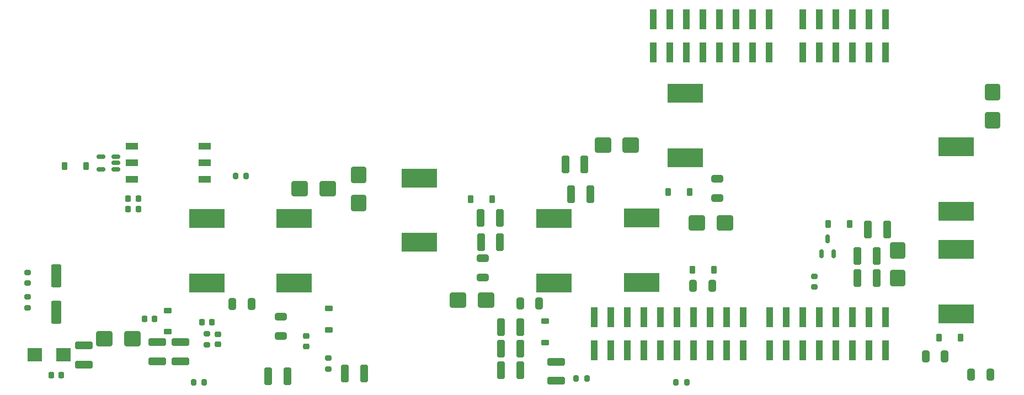
<source format=gbr>
%TF.GenerationSoftware,KiCad,Pcbnew,9.0.4*%
%TF.CreationDate,2025-10-09T12:47:56+02:00*%
%TF.ProjectId,io-gateway,696f2d67-6174-4657-9761-792e6b696361,rev?*%
%TF.SameCoordinates,Original*%
%TF.FileFunction,Paste,Top*%
%TF.FilePolarity,Positive*%
%FSLAX46Y46*%
G04 Gerber Fmt 4.6, Leading zero omitted, Abs format (unit mm)*
G04 Created by KiCad (PCBNEW 9.0.4) date 2025-10-09 12:47:56*
%MOMM*%
%LPD*%
G01*
G04 APERTURE LIST*
G04 Aperture macros list*
%AMRoundRect*
0 Rectangle with rounded corners*
0 $1 Rounding radius*
0 $2 $3 $4 $5 $6 $7 $8 $9 X,Y pos of 4 corners*
0 Add a 4 corners polygon primitive as box body*
4,1,4,$2,$3,$4,$5,$6,$7,$8,$9,$2,$3,0*
0 Add four circle primitives for the rounded corners*
1,1,$1+$1,$2,$3*
1,1,$1+$1,$4,$5*
1,1,$1+$1,$6,$7*
1,1,$1+$1,$8,$9*
0 Add four rect primitives between the rounded corners*
20,1,$1+$1,$2,$3,$4,$5,0*
20,1,$1+$1,$4,$5,$6,$7,0*
20,1,$1+$1,$6,$7,$8,$9,0*
20,1,$1+$1,$8,$9,$2,$3,0*%
G04 Aperture macros list end*
%ADD10RoundRect,0.200000X0.200000X0.275000X-0.200000X0.275000X-0.200000X-0.275000X0.200000X-0.275000X0*%
%ADD11R,1.000000X3.150000*%
%ADD12RoundRect,0.200000X-0.200000X-0.275000X0.200000X-0.275000X0.200000X0.275000X-0.200000X0.275000X0*%
%ADD13RoundRect,0.250000X1.100000X-0.325000X1.100000X0.325000X-1.100000X0.325000X-1.100000X-0.325000X0*%
%ADD14RoundRect,0.250000X-1.000000X-0.900000X1.000000X-0.900000X1.000000X0.900000X-1.000000X0.900000X0*%
%ADD15R,2.200000X2.150000*%
%ADD16RoundRect,0.250000X-0.900000X1.000000X-0.900000X-1.000000X0.900000X-1.000000X0.900000X1.000000X0*%
%ADD17RoundRect,0.250000X0.550000X-1.500000X0.550000X1.500000X-0.550000X1.500000X-0.550000X-1.500000X0*%
%ADD18RoundRect,0.250000X-0.325000X-0.650000X0.325000X-0.650000X0.325000X0.650000X-0.325000X0.650000X0*%
%ADD19RoundRect,0.250000X0.325000X1.100000X-0.325000X1.100000X-0.325000X-1.100000X0.325000X-1.100000X0*%
%ADD20RoundRect,0.225000X0.225000X0.375000X-0.225000X0.375000X-0.225000X-0.375000X0.225000X-0.375000X0*%
%ADD21RoundRect,0.250000X1.000000X0.900000X-1.000000X0.900000X-1.000000X-0.900000X1.000000X-0.900000X0*%
%ADD22RoundRect,0.225000X-0.375000X0.225000X-0.375000X-0.225000X0.375000X-0.225000X0.375000X0.225000X0*%
%ADD23RoundRect,0.225000X-0.225000X-0.250000X0.225000X-0.250000X0.225000X0.250000X-0.225000X0.250000X0*%
%ADD24RoundRect,0.250000X-0.325000X-1.100000X0.325000X-1.100000X0.325000X1.100000X-0.325000X1.100000X0*%
%ADD25RoundRect,0.225000X-0.225000X-0.375000X0.225000X-0.375000X0.225000X0.375000X-0.225000X0.375000X0*%
%ADD26R,5.400000X2.900000*%
%ADD27RoundRect,0.250000X0.900000X-1.000000X0.900000X1.000000X-0.900000X1.000000X-0.900000X-1.000000X0*%
%ADD28RoundRect,0.150000X0.512500X0.150000X-0.512500X0.150000X-0.512500X-0.150000X0.512500X-0.150000X0*%
%ADD29RoundRect,0.218750X-0.218750X-0.256250X0.218750X-0.256250X0.218750X0.256250X-0.218750X0.256250X0*%
%ADD30RoundRect,0.225000X0.225000X0.250000X-0.225000X0.250000X-0.225000X-0.250000X0.225000X-0.250000X0*%
%ADD31RoundRect,0.250000X-0.650000X0.325000X-0.650000X-0.325000X0.650000X-0.325000X0.650000X0.325000X0*%
%ADD32RoundRect,0.200000X0.275000X-0.200000X0.275000X0.200000X-0.275000X0.200000X-0.275000X-0.200000X0*%
%ADD33R,1.830000X1.090000*%
%ADD34RoundRect,0.054500X-0.860500X-0.490500X0.860500X-0.490500X0.860500X0.490500X-0.860500X0.490500X0*%
%ADD35RoundRect,0.250000X0.325000X0.650000X-0.325000X0.650000X-0.325000X-0.650000X0.325000X-0.650000X0*%
%ADD36RoundRect,0.225000X-0.250000X0.225000X-0.250000X-0.225000X0.250000X-0.225000X0.250000X0.225000X0*%
%ADD37RoundRect,0.250000X-1.100000X0.325000X-1.100000X-0.325000X1.100000X-0.325000X1.100000X0.325000X0*%
%ADD38RoundRect,0.225000X0.250000X-0.225000X0.250000X0.225000X-0.250000X0.225000X-0.250000X-0.225000X0*%
%ADD39RoundRect,0.150000X0.150000X-0.512500X0.150000X0.512500X-0.150000X0.512500X-0.150000X-0.512500X0*%
G04 APERTURE END LIST*
D10*
%TO.C,R_DIMA_6*%
X136436600Y-118110000D03*
X138086600Y-118110000D03*
%TD*%
D11*
%TO.C,FRDM_MCXA153_1*%
X183896000Y-62992000D03*
X183896000Y-68042000D03*
X181356000Y-62992000D03*
X181356000Y-68042000D03*
X178816000Y-62992000D03*
X178816000Y-68042000D03*
X176276000Y-62992000D03*
X176276000Y-68042000D03*
X173736000Y-62992000D03*
X173736000Y-68042000D03*
X171196000Y-62992000D03*
X171196000Y-68042000D03*
X166065200Y-62992800D03*
X166065200Y-68042800D03*
X163525200Y-62992800D03*
X163525200Y-68042800D03*
X160985200Y-62992800D03*
X160985200Y-68042800D03*
X158445200Y-62992800D03*
X158445200Y-68042800D03*
X155905200Y-62992800D03*
X155905200Y-68042800D03*
X153365200Y-62992800D03*
X153365200Y-68042800D03*
X150825200Y-62992800D03*
X150825200Y-68042800D03*
X148285200Y-62992800D03*
X148285200Y-68042800D03*
X139200000Y-113768000D03*
X139200000Y-108718000D03*
X141740000Y-113768000D03*
X141740000Y-108718000D03*
X144280000Y-113768000D03*
X144280000Y-108718000D03*
X146820000Y-113768000D03*
X146820000Y-108718000D03*
X149360000Y-113768000D03*
X149360000Y-108718000D03*
X151900000Y-113768000D03*
X151900000Y-108718000D03*
X154440000Y-113768000D03*
X154440000Y-108718000D03*
X156980000Y-113768000D03*
X156980000Y-108718000D03*
X159520000Y-113768000D03*
X159520000Y-108718000D03*
X162060000Y-113768000D03*
X162060000Y-108718000D03*
X166116000Y-113755000D03*
X166116000Y-108705000D03*
X168656000Y-113755000D03*
X168656000Y-108705000D03*
X171196000Y-113755000D03*
X171196000Y-108705000D03*
X173736000Y-113755000D03*
X173736000Y-108705000D03*
X176276000Y-113755000D03*
X176276000Y-108705000D03*
X178816000Y-113755000D03*
X178816000Y-108705000D03*
X181356000Y-113755000D03*
X181356000Y-108705000D03*
X183896000Y-113755000D03*
X183896000Y-108705000D03*
%TD*%
D12*
%TO.C,R_DIMB_6*%
X153400000Y-118700000D03*
X151750000Y-118700000D03*
%TD*%
D13*
%TO.C,C_DIMA_2*%
X72136000Y-115472000D03*
X72136000Y-112522000D03*
%TD*%
D14*
%TO.C,D_DIMB_1*%
X93963600Y-89001600D03*
X98263600Y-89001600D03*
%TD*%
D15*
%TO.C,D1*%
X57699000Y-114427000D03*
X53299000Y-114427000D03*
%TD*%
D16*
%TO.C,D_DIMA_7*%
X103073200Y-86886000D03*
X103073200Y-91186000D03*
%TD*%
D17*
%TO.C,C44*%
X56610400Y-107981400D03*
X56610400Y-102381400D03*
%TD*%
D18*
%TO.C,C_DIMA_7*%
X83665800Y-106680000D03*
X86615800Y-106680000D03*
%TD*%
D19*
%TO.C,C_DIMA_18*%
X127812800Y-116840000D03*
X124862800Y-116840000D03*
%TD*%
D20*
%TO.C,D_K8*%
X178358800Y-94361000D03*
X175058800Y-94361000D03*
%TD*%
D21*
%TO.C,D_DIMB_7*%
X144812800Y-82245200D03*
X140512800Y-82245200D03*
%TD*%
D19*
%TO.C,C_DIMA_34*%
X182524400Y-102666800D03*
X179574400Y-102666800D03*
%TD*%
D22*
%TO.C,D_DIMA_2*%
X73710800Y-107645200D03*
X73710800Y-110945200D03*
%TD*%
D23*
%TO.C,C_DIMA_5*%
X78994000Y-109474000D03*
X80544000Y-109474000D03*
%TD*%
D13*
%TO.C,C_DIMB_17*%
X133350000Y-118467400D03*
X133350000Y-115517400D03*
%TD*%
D24*
%TO.C,C_DIMB_1*%
X100925000Y-117300000D03*
X103875000Y-117300000D03*
%TD*%
D25*
%TO.C,D_DIMA_8*%
X120245600Y-90576400D03*
X123545600Y-90576400D03*
%TD*%
D22*
%TO.C,D_DIMB_2*%
X98425000Y-107316000D03*
X98425000Y-110616000D03*
%TD*%
D19*
%TO.C,C_DIMA_26*%
X124743000Y-97155000D03*
X121793000Y-97155000D03*
%TD*%
D26*
%TO.C,L_DIMB_5*%
X194691000Y-108201000D03*
X194691000Y-98301000D03*
%TD*%
D27*
%TO.C,D_DIMA_9*%
X200304400Y-78435200D03*
X200304400Y-74135200D03*
%TD*%
D18*
%TO.C,C_DIMB_23*%
X154354000Y-103886000D03*
X157304000Y-103886000D03*
%TD*%
D26*
%TO.C,L_DIMB_4*%
X153162000Y-84198000D03*
X153162000Y-74298000D03*
%TD*%
D19*
%TO.C,C_DIMA_33*%
X182526200Y-99314000D03*
X179576200Y-99314000D03*
%TD*%
D18*
%TO.C,C_DIMA_39*%
X190041000Y-114681000D03*
X192991000Y-114681000D03*
%TD*%
D28*
%TO.C,U5*%
X65775000Y-85979000D03*
X65775000Y-85029000D03*
X65775000Y-84079000D03*
X63500000Y-84079000D03*
X63500000Y-85979000D03*
%TD*%
D29*
%TO.C,F1*%
X55854500Y-117602000D03*
X57429500Y-117602000D03*
%TD*%
D30*
%TO.C,C1*%
X69215000Y-90487500D03*
X67665000Y-90487500D03*
%TD*%
D19*
%TO.C,C_DIMA_17*%
X127812800Y-113490000D03*
X124862800Y-113490000D03*
%TD*%
D31*
%TO.C,C_DIMB_31*%
X158089600Y-87475800D03*
X158089600Y-90425800D03*
%TD*%
D32*
%TO.C,R29*%
X52222400Y-103466400D03*
X52222400Y-101816400D03*
%TD*%
D18*
%TO.C,C_DIMB_39*%
X197053200Y-117500400D03*
X200003200Y-117500400D03*
%TD*%
D25*
%TO.C,D_DIMB_6*%
X154255200Y-101396800D03*
X157555200Y-101396800D03*
%TD*%
D20*
%TO.C,D_F1*%
X61213000Y-85471000D03*
X57913000Y-85471000D03*
%TD*%
D32*
%TO.C,R_DIMB_2*%
X98400000Y-116625000D03*
X98400000Y-114975000D03*
%TD*%
%TO.C,R_DIMA_1*%
X79756000Y-112902000D03*
X79756000Y-111252000D03*
%TD*%
D20*
%TO.C,D_DIMB_10*%
X195401200Y-111861600D03*
X192101200Y-111861600D03*
%TD*%
D21*
%TO.C,D_DIMA_5*%
X122580400Y-106070400D03*
X118280400Y-106070400D03*
%TD*%
D19*
%TO.C,C_DIMB_34*%
X184153600Y-95199200D03*
X181203600Y-95199200D03*
%TD*%
%TO.C,C_DIMB_2*%
X92075000Y-117729000D03*
X89125000Y-117729000D03*
%TD*%
D30*
%TO.C,C_DIMA_6*%
X71742600Y-108915200D03*
X70192600Y-108915200D03*
%TD*%
D10*
%TO.C,R_DIMA_2*%
X79361800Y-118719600D03*
X77711800Y-118719600D03*
%TD*%
D30*
%TO.C,C6*%
X69215000Y-92138500D03*
X67665000Y-92138500D03*
%TD*%
D14*
%TO.C,D_DIMB_5*%
X154958000Y-94234000D03*
X159258000Y-94234000D03*
%TD*%
D19*
%TO.C,C_DIMB_26*%
X137697000Y-85217000D03*
X134747000Y-85217000D03*
%TD*%
D13*
%TO.C,C_DIMA_1*%
X75692000Y-115472000D03*
X75692000Y-112522000D03*
%TD*%
D26*
%TO.C,L_DIMB_1*%
X93150000Y-103450000D03*
X93150000Y-93550000D03*
%TD*%
D33*
%TO.C,TR1*%
X68199000Y-82423000D03*
D34*
X68199000Y-84963000D03*
X68199000Y-87503000D03*
X79439000Y-87503000D03*
X79439000Y-84963000D03*
X79439000Y-82423000D03*
%TD*%
D26*
%TO.C,L_DIMA_1*%
X79750000Y-103450000D03*
X79750000Y-93550000D03*
%TD*%
%TO.C,L_DIMA_4*%
X112318800Y-97225200D03*
X112318800Y-87325200D03*
%TD*%
%TO.C,L_DIMA_3*%
X133025000Y-103438000D03*
X133025000Y-93538000D03*
%TD*%
D31*
%TO.C,C_DIMB_7*%
X91059000Y-108634000D03*
X91059000Y-111584000D03*
%TD*%
D12*
%TO.C,R2*%
X84150000Y-86995000D03*
X85800000Y-86995000D03*
%TD*%
D35*
%TO.C,C_DIMA_23*%
X130759200Y-106578400D03*
X127809200Y-106578400D03*
%TD*%
D32*
%TO.C,R27*%
X52222400Y-107225600D03*
X52222400Y-105575600D03*
%TD*%
D26*
%TO.C,L_DIMA_5*%
X194691000Y-92453000D03*
X194691000Y-82553000D03*
%TD*%
D36*
%TO.C,C_DIMB_6*%
X95000000Y-111600000D03*
X95000000Y-113150000D03*
%TD*%
D20*
%TO.C,D_DIMB_8*%
X153871200Y-89458800D03*
X150571200Y-89458800D03*
%TD*%
D19*
%TO.C,C_DIMA_25*%
X124714000Y-93472000D03*
X121764000Y-93472000D03*
%TD*%
D31*
%TO.C,C_DIMA_31*%
X122123200Y-99617000D03*
X122123200Y-102567000D03*
%TD*%
D37*
%TO.C,C38*%
X60833000Y-113030000D03*
X60833000Y-115980000D03*
%TD*%
D26*
%TO.C,L_DIMB_3*%
X146431000Y-103378000D03*
X146431000Y-93478000D03*
%TD*%
D38*
%TO.C,C_DIMA_4*%
X81432400Y-112839800D03*
X81432400Y-111289800D03*
%TD*%
D32*
%TO.C,R_K8*%
X172974000Y-104076000D03*
X172974000Y-102426000D03*
%TD*%
D22*
%TO.C,D_DIMA_6*%
X131622800Y-109321600D03*
X131622800Y-112621600D03*
%TD*%
D19*
%TO.C,C_DIMB_25*%
X138586000Y-89789000D03*
X135636000Y-89789000D03*
%TD*%
D27*
%TO.C,D_DIMB_9*%
X185775600Y-102717600D03*
X185775600Y-98417600D03*
%TD*%
D39*
%TO.C,Q_K8*%
X174050000Y-98950000D03*
X175950000Y-98950000D03*
X175000000Y-96675000D03*
%TD*%
D21*
%TO.C,D_DIMA_1*%
X68317000Y-112014000D03*
X64017000Y-112014000D03*
%TD*%
D19*
%TO.C,C_DIMB_18*%
X127802800Y-110226000D03*
X124852800Y-110226000D03*
%TD*%
M02*

</source>
